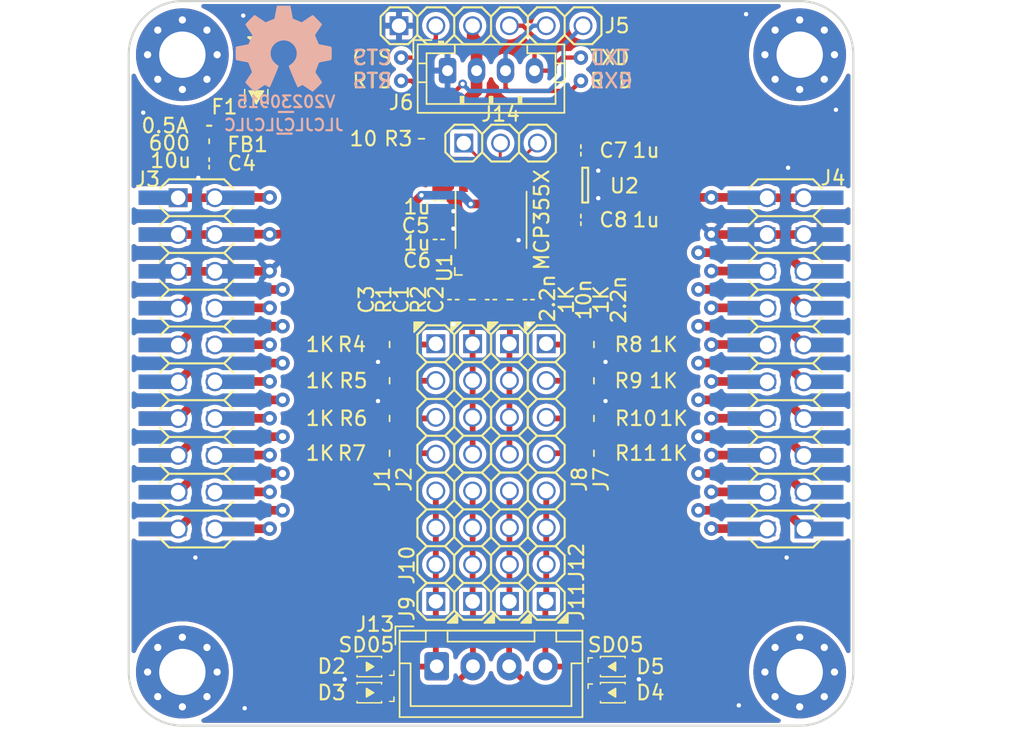
<source format=kicad_pcb>
(kicad_pcb (version 20221018) (generator pcbnew)
  (layers (0 "F.Cu" signal) (31 "B.Cu" signal) (34 "B.Paste" user) (35 "F.Paste" user) (36 "B.SilkS" user "B.Silkscreen") (37 "F.SilkS" user "F.Silkscreen") (38 "B.Mask" user) (39 "F.Mask" user) (44 "Edge.Cuts" user))
  (net 0 "")
  (net 1 "/VBUS")
  (net 2 "/VSS")
  (net 3 "/GPIO_28")
  (net 4 "/GPIO_29")
  (net 5 "/GPIO_20")
  (net 6 "/GPIO_23")
  (net 7 "/GPIO_27")
  (net 8 "/GPIO_16")
  (net 9 "/GPIO_21")
  (net 10 "/GPIO_19")
  (net 11 "/GPIO_17")
  (net 12 "/GPIO_18")
  (net 13 "/GPIO_15")
  (net 14 "/GPIO_14")
  (net 15 "/GPIO_22")
  (net 16 "/GPIO_24")
  (net 17 "/GPIO_25")
  (net 18 "/GPIO_26")
  (net 19 "/GPIO_13")
  (net 20 "/GPIO_12")
  (net 21 "/GPIO_11")
  (net 22 "/GPIO_10")
  (net 23 "/GPIO_09")
  (net 24 "/GPIO_08")
  (net 25 "/GPIO_07")
  (net 26 "/GPIO_06")
  (net 27 "/GPIO_05")
  (net 28 "/GPIO_04")
  (net 29 "/GPIO_03")
  (net 30 "/GPIO_02")
  (net 31 "/GPIO_01")
  (net 32 "/GPIO_00")
  (net 33 "/VDD1")
  (net 34 "/VDD2")
  (net 35 "Net-(F1-Pad1)")
  (net 36 "/TXD")
  (net 37 "/RXD")
  (net 38 "/RTS")
  (net 39 "/CTS")
  (net 40 "Net-(D1-K)")
  (net 41 "/VIN")
  (net 42 "/V_IN-")
  (net 43 "Net-(U1-Vin+)")
  (net 44 "Net-(U1-Vin-)")
  (net 45 "/VREF")
  (net 46 "/Input1")
  (net 47 "/Input2")
  (net 48 "/Input3")
  (net 49 "/Input4")
  (net 50 "/V_IN+")
  (net 51 "/SCK")
  (net 52 "/SDO")
  (net 53 "/CS")
  (net 54 "Net-(U1-Vdd)")
  (net 55 "/DIV1")
  (net 56 "/DIV2")
  (net 57 "/DIV3")
  (net 58 "/DIV4")
  (footprint "MountingHole:MountingHole_3.2mm_M3_Pad_Via" (layer "F.Cu") (at 63.7 64.7)
    (fp_text reference "H1" hide)
    (fp_text value "MountingHole" hide)
  )
  (footprint "MountingHole:MountingHole_3.2mm_M3_Pad_Via" (layer "F.Cu") (at 106.3 64.7)
    (fp_text reference "H2" hide)
    (fp_text value "MountingHole" hide)
  )
  (footprint "MountingHole:MountingHole_3.2mm_M3_Pad_Via" (layer "F.Cu") (at 63.7 107.3)
    (fp_text reference "H4" hide)
    (fp_text value "MountingHole" hide)
  )
  (footprint "MountingHole:MountingHole_3.2mm_M3_Pad_Via" (layer "F.Cu") (at 106.3 107.3)
    (fp_text reference "H3" hide)
    (fp_text value "MountingHole" hide)
  )
  (footprint "SquantorConnectorsNamed:nuclone_small_right_stacked" (layer "F.Cu") (at 105.32 86 90)
    (fp_text reference "J4")
    (fp_text value "nuclone_small_right")
  )
  (footprint "SquantorConnectorsNamed:nuclone_small_left_stacked" (layer "F.Cu") (at 64.68 86 -90)
    (fp_text reference "J3")
    (fp_text value "nuclone_small_left")
  )
  (footprint "SquantorTestPoints:TestPoint_hole_H05R10_2side" (layer "F.Cu") (at 69.723 74.549)
    (fp_text reference "TP1" hide)
    (fp_text value "VDD1" hide)
  )
  (footprint "SquantorTestPoints:TestPoint_hole_H05R10_2side" (layer "F.Cu") (at 69.723 77.089)
    (fp_text reference "TP2" hide)
    (fp_text value "VBUS" hide)
  )
  (footprint "SquantorTestPoints:TestPoint_hole_H05R10_2side" (layer "F.Cu") (at 69.723 79.629)
    (fp_text reference "TP3" hide)
    (fp_text value "VSS" hide)
  )
  (footprint "SquantorTestPoints:TestPoint_hole_H05R10_2side" (layer "F.Cu") (at 70.612 80.9)
    (fp_text reference "TP4" hide)
    (fp_text value "P00" hide)
  )
  (footprint "SquantorTestPoints:TestPoint_hole_H05R10_2side" (layer "F.Cu") (at 69.723 82.169)
    (fp_text reference "TP5" hide)
    (fp_text value "P01" hide)
  )
  (footprint "SquantorTestPoints:TestPoint_hole_H05R10_2side" (layer "F.Cu") (at 70.612 83.439)
    (fp_text reference "TP6" hide)
    (fp_text value "P02" hide)
  )
  (footprint "SquantorTestPoints:TestPoint_hole_H05R10_2side" (layer "F.Cu") (at 69.723 84.709)
    (fp_text reference "TP7" hide)
    (fp_text value "P03" hide)
  )
  (footprint "SquantorTestPoints:TestPoint_hole_H05R10_2side" (layer "F.Cu") (at 70.612 85.979)
    (fp_text reference "TP8" hide)
    (fp_text value "P04" hide)
  )
  (footprint "SquantorTestPoints:TestPoint_hole_H05R10_2side" (layer "F.Cu") (at 69.723 87.249)
    (fp_text reference "TP9" hide)
    (fp_text value "P05" hide)
  )
  (footprint "SquantorTestPoints:TestPoint_hole_H05R10_2side" (layer "F.Cu") (at 70.612 88.519)
    (fp_text reference "TP10" hide)
    (fp_text value "P06" hide)
  )
  (footprint "SquantorTestPoints:TestPoint_hole_H05R10_2side" (layer "F.Cu") (at 69.723 89.789)
    (fp_text reference "TP11" hide)
    (fp_text value "P07" hide)
  )
  (footprint "SquantorTestPoints:TestPoint_hole_H05R10_2side" (layer "F.Cu") (at 70.612 91.059)
    (fp_text reference "TP12" hide)
    (fp_text value "P08" hide)
  )
  (footprint "SquantorTestPoints:TestPoint_hole_H05R10_2side" (layer "F.Cu") (at 69.723 92.329)
    (fp_text reference "TP13" hide)
    (fp_text value "P09" hide)
  )
  (footprint "SquantorTestPoints:TestPoint_hole_H05R10_2side" (layer "F.Cu") (at 70.612 93.599)
    (fp_text reference "TP14" hide)
    (fp_text value "P10" hide)
  )
  (footprint "SquantorTestPoints:TestPoint_hole_H05R10_2side" (layer "F.Cu") (at 69.723 94.869)
    (fp_text reference "TP15" hide)
    (fp_text value "P11" hide)
  )
  (footprint "SquantorTestPoints:TestPoint_hole_H05R10_2side" (layer "F.Cu") (at 70.612 96.139)
    (fp_text reference "TP16" hide)
    (fp_text value "P12" hide)
  )
  (footprint "SquantorTestPoints:TestPoint_hole_H05R10_2side" (layer "F.Cu") (at 69.723 97.409)
    (fp_text reference "TP17" hide)
    (fp_text value "P13" hide)
  )
  (footprint "SquantorTestPoints:TestPoint_hole_H05R10_2side" (layer "F.Cu") (at 100.203 74.549)
    (fp_text reference "TP18" hide)
    (fp_text value "VDD2" hide)
  )
  (footprint "SquantorTestPoints:TestPoint_hole_H05R10_2side" (layer "F.Cu") (at 100.203 77.089)
    (fp_text reference "TP19" hide)
    (fp_text value "VSS" hide)
  )
  (footprint "SquantorTestPoints:TestPoint_hole_H05R10_2side" (layer "F.Cu") (at 99.314 78.359)
    (fp_text reference "TP20" hide)
    (fp_text value "P29" hide)
  )
  (footprint "SquantorTestPoints:TestPoint_hole_H05R10_2side" (layer "F.Cu") (at 100.203 79.629)
    (fp_text reference "TP21" hide)
    (fp_text value "P28" hide)
  )
  (footprint "SquantorTestPoints:TestPoint_hole_H05R10_2side" (layer "F.Cu") (at 99.314 80.899)
    (fp_text reference "TP22" hide)
    (fp_text value "P27" hide)
  )
  (footprint "SquantorTestPoints:TestPoint_hole_H05R10_2side" (layer "F.Cu") (at 100.203 82.169)
    (fp_text reference "TP23" hide)
    (fp_text value "P26" hide)
  )
  (footprint "SquantorTestPoints:TestPoint_hole_H05R10_2side" (layer "F.Cu") (at 99.314 83.439)
    (fp_text reference "TP24" hide)
    (fp_text value "P25" hide)
  )
  (footprint "SquantorTestPoints:TestPoint_hole_H05R10_2side" (layer "F.Cu") (at 100.203 84.7)
    (fp_text reference "TP25" hide)
    (fp_text value "P24" hide)
  )
  (footprint "SquantorTestPoints:TestPoint_hole_H05R10_2side" (layer "F.Cu") (at 99.314 85.979)
    (fp_text reference "TP26" hide)
    (fp_text value "P23" hide)
  )
  (footprint "SquantorTestPoints:TestPoint_hole_H05R10_2side" (layer "F.Cu") (at 100.203 87.249)
    (fp_text reference "TP27" hide)
    (fp_text value "P22" hide)
  )
  (footprint "SquantorTestPoints:TestPoint_hole_H05R10_2side" (layer "F.Cu") (at 99.314 88.519)
    (fp_text reference "TP28" hide)
    (fp_text value "P21" hide)
  )
  (footprint "SquantorTestPoints:TestPoint_hole_H05R10_2side" (layer "F.Cu") (at 100.203 89.789)
    (fp_text reference "TP29" hide)
    (fp_text value "P20" hide)
  )
  (footprint "SquantorTestPoints:TestPoint_hole_H05R10_2side" (layer "F.Cu") (at 99.314 91.059)
    (fp_text reference "TP30" hide)
    (fp_text value "P19" hide)
  )
  (footprint "SquantorTestPoints:TestPoint_hole_H05R10_2side" (layer "F.Cu") (at 99.314 93.599)
    (fp_text reference "TP32" hide)
    (fp_text value "P17" hide)
  )
  (footprint "SquantorTestPoints:TestPoint_hole_H05R10_2side" (layer "F.Cu") (at 100.2 94.869)
    (fp_text reference "TP33" hide)
    (fp_text value "P16" hide)
  )
  (footprint "SquantorTestPoints:TestPoint_hole_H05R10_2side" (layer "F.Cu") (at 99.314 96.139)
    (fp_text reference "TP34" hide)
    (fp_text value "P15" hide)
  )
  (footprint "SquantorTestPoints:TestPoint_hole_H05R10_2side" (layer "F.Cu") (at 100.2 97.4)
    (fp_text reference "TP35" hide)
    (fp_text value "P14" hide)
  )
  (footprint "SquantorRcl:C_0603" (layer "F.Cu") (at 65.55 72.2 180)
    (fp_text reference "C4")
    (fp_text value "10u")
  )
  (footprint "SquantorRcl:F_0603_hand" (layer "F.Cu") (at 65.55 69.6)
    (fp_text reference "F1")
    (fp_text value "0.5A")
  )
  (footprint "SquantorRcl:L_0603" (layer "F.Cu") (at 65.55 70.9 180)
    (fp_text reference "FB1")
    (fp_text value "600")
  )
  (footprint "SquantorTestPoints:TestPoint_hole_H05R10_2side" (layer "F.Cu") (at 100.203 92.329)
    (fp_text reference "TP31" hide)
    (fp_text value "P18" hide)
  )
  (footprint "SquantorRcl:C_0603" (layer "F.Cu") (at 81.4 74.75 90)
    (fp_text reference "C5")
    (fp_text value "1u")
  )
  (footprint "SquantorTestPoints:TestPoint_hole_H05R10_2side" (layer "F.Cu") (at 78.8 64.9)
    (fp_text reference "TP36" hide)
    (fp_text value "CTS")
  )
  (footprint "SquantorRcl:R_0805+0603" (layer "F.Cu") (at 78 89.8 180)
    (fp_text reference "R6")
    (fp_text value "1K")
  )
  (footprint "SquantorRcl:R_0603_hand" (layer "F.Cu") (at 86.3 81.6 90)
    (fp_text reference "R2")
    (fp_text value "1K")
  )
  (footprint "SquantorTestPoints:TestPoint_hole_H05R10_2side" (layer "F.Cu") (at 78.8 66.5)
    (fp_text reference "TP37" hide)
    (fp_text value "RTS")
  )
  (footprint "SquantorDiodes:SOD-123F-hand" (layer "F.Cu") (at 68.8 67.6 90)
    (fp_text reference "D1")
    (fp_text value "A7 LCSC")
  )
  (footprint "SquantorRcl:R_0805+0603" (layer "F.Cu") (at 92.1 89.8)
    (fp_text reference "R10")
    (fp_text value "1K")
  )
  (footprint "SquantorConnectors:Header-0254-1X04-H010" (layer "F.Cu") (at 83.73 98.615 90)
    (fp_text reference "J10")
    (fp_text value "Conn_01x04")
  )
  (footprint "SquantorRcl:C_0603" (layer "F.Cu") (at 82.4 81.6 90)
    (fp_text reference "C3")
    (fp_text value "2.2n")
  )
  (footprint "SquantorRcl:C_0603" (layer "F.Cu") (at 87.6 81.6 90)
    (fp_text reference "C2")
    (fp_text value "2.2n")
  )
  (footprint "SquantorRcl:R_0805+0603" (layer "F.Cu") (at 92.1 87.2)
    (fp_text reference "R9")
    (fp_text value "1K")
  )
  (footprint "SquantorRcl:R_0805+0603" (layer "F.Cu") (at 78 92.2 180)
    (fp_text reference "R7")
    (fp_text value "1K")
  )
  (footprint "SquantorRcl:C_0603" (layer "F.Cu") (at 85 81.6 90)
    (fp_text reference "C1")
    (fp_text value "10n")
  )
  (footprint "SquantorConnectors:Header-0254-1X04-H010" (layer "F.Cu") (at 81.19 98.615 90)
    (fp_text reference "J9")
    (fp_text value "Conn_01x04")
  )
  (footprint "SquantorRcl:R_0805+0603" (layer "F.Cu") (at 78 87.2 180)
    (fp_text reference "R5")
    (fp_text value "1K")
  )
  (footprint "Connector_JST:JST_PH_B4B-PH-K_1x04_P2.00mm_Vertical" (layer "F.Cu") (at 82 65.8)
    (fp_text reference "J6")
    (fp_text value "DevBoardUartInput")
  )
  (footprint "SquantorConnectors:Header-0254-1X04-H010" (layer "F.Cu") (at 86.27 88.455 -90)
    (fp_text reference "J7")
    (fp_text value "Conn_01x04")
  )
  (footprint "SquantorRcl:R_0805+0603" (layer "F.Cu") (at 78 84.7 180)
    (fp_text reference "R4")
    (fp_text value "1K")
  )
  (footprint "SquantorConnectors:Header-0254-1X04-H010" (layer "F.Cu") (at 88.81 88.455 -90)
    (fp_text reference "J8")
    (fp_text value "Conn_01x04")
  )
  (footprint "SquantorRcl:R_0603_hand" (layer "F.Cu") (at 80.2 70.5 90)
    (fp_text reference "R3")
    (fp_text value "10")
  )
  (footprint "SquantorRcl:R_0805+0603" (layer "F.Cu") (at 92.1 92.2)
    (fp_text reference "R11")
    (fp_text value "1K")
  )
  (footprint "SquantorDiodes:SOD-323-nexperia-hand" (layer "F.Cu") (at 76.6 106.925 180)
    (fp_text reference "D2")
    (fp_text value "SD05")
  )
  (footprint "SquantorTestPoints:TestPoint_hole_H05R10_2side" (layer "F.Cu") (at 91.2 66.5)
    (fp_text reference "TP39" hide)
    (fp_text value "RXD")
  )
  (footprint "SquantorRcl:R_0805+0603" (layer "F.Cu") (at 92.1 84.7)
    (fp_text reference "R8")
    (fp_text value "1K")
  )
  (footprint "SquantorRcl:R_0603_hand" (layer "F.Cu") (at 83.7 81.6 90)
    (fp_text reference "R1")
    (fp_text value "1K")
  )
  (footprint "SquantorConnectors:Header-0254-1X04-H010" (layer "F.Cu") (at 81.19 88.455 -90)
    (fp_text reference "J1")
    (fp_text value "Conn_01x04")
  )
  (footprint "Connector_JST:JST_XH_B4B-XH-A_1x04_P2.50mm_Vertical" (layer "F.Cu") (at 81.25 106.9)
    (fp_text reference "J13")
    (fp_text value "Conn_01x04")
  )
  (footprint "SquantorDiodes:SOD-323-nexperia-hand" (layer "F.Cu") (at 76.6 108.725 180)
    (fp_text reference "D3")
    (fp_text value "SD05")
  )
  (footprint "SquantorConnectors:Header-0254-1X03-H010" (layer "F.Cu") (at 85.66 70.8)
    (fp_text reference "J14")
    (fp_text value "Conn_01x03")
  )
  (footprint "SquantorConnectors:Header-0254-1X04-H010" (layer "F.Cu") (at 88.81 98.615 90)
    (fp_text reference "J12")
    (fp_text value "Conn_01x04")
  )
  (footprint "SquantorConnectors:Header-0254-1X04-H010" (layer "F.Cu") (at 83.73 88.455 -90)
    (fp_text reference "J2")
    (fp_text value "Conn_01x04")
  )
  (footprint "SquantorRcl:C_0603" (layer "F.Cu") (at 81.4 77.45 -90)
    (fp_text reference "C6")
    (fp_text value "1u")
  )
  (footprint "SquantorDiodes:SOD-323-nexperia-hand" (layer "F.Cu") (at 93.4 108.725)
    (fp_text reference "D4")
    (fp_text value "SD05")
  )
  (footprint "SquantorConnectors:Header-0254-1X04-H010" (layer "F.Cu") (at 86.27 98.615 90)
    (fp_text reference "J11")
    (fp_text value "Conn_01x04")
  )
  (footprint "SquantorIC:SOT23-3" (layer "F.Cu") (at 91.5 73.7)
    (fp_text reference "U2")
    (fp_text value "reference_sot23-3")
  )
  (footprint "SquantorDiodes:SOD-323-nexperia-hand" (layer "F.Cu") (at 93.4 106.925)
    (fp_text reference "D5")
    (fp_text value "SD05")
  )
  (footprint "SquantorRcl:C_0603" (layer "F.Cu") (at 91.2 76.1)
    (fp_text reference "C8")
    (fp_text value "1u")
  )
  (footprint "SquantorTestPoints:TestPoint_hole_H05R10_2side" (layer "F.Cu") (at 91.2 64.9)
    (fp_text reference "TP38" hide)
    (fp_text value "TXD")
  )
  (footprint "SquantorConnectors:Header-0254-1X06-H010" (layer "F.Cu") (at 85 62.7)
    (fp_text reference "J5")
    (fp_text value "FTDI_PINS_1X06")
  )
  (footprint "SquantorIC:SOIC-8" (layer "F.Cu") (at 85 76.1 90)
    (fp_text reference "U1")
    (fp_text value "MCP355X")
  )
  (footprint "SquantorRcl:C_0603" (layer "F.Cu") (at 91.2 71.3)
    (fp_text reference "C7")
    (fp_text value "1u")
  )
  (footprint "Symbol:OSHW-Symbol_6.7x6mm_SilkScreen" (layer "B.Cu") (at 70.7 64.3 180)
    (fp_text reference "N1" hide)
    (fp_text value "OHWLOGO" hide)
  )
  (footprint "SquantorLabels:Label_Generic" (layer "B.Cu") (at 70.75 69.55 180)
    (fp_text reference "N3" hide)
    (fp_text value "JLCJLCJLCJLC")
  )
  (footprint "SquantorLabels:Label_Generic" (layer "B.Cu") (at 70.85 68.05 180)
    (fp_text reference "N2" hide)
    (fp_text value "V20230915")
  )
  (gr_arc (start 110 107.3) (mid 108.916295 109.916295) (end 106.3 111) (stroke (width 0.15)) (layer "Edge.Cuts"))
  (gr_arc (start 63.7 111) (mid 61.083705 109.916295) (end 60 107.3) (stroke (width 0.15)) (layer "Edge.Cuts"))
  (gr_line (start 60 64.7) (end 60 107.3) (stroke (width 0.15)) (layer "Edge.Cuts"))
  (gr_line (start 106.3 61) (end 63.7 61) (stroke (width 0.15)) (layer "Edge.Cuts"))
  (gr_line (start 110 107.3) (end 110 64.7) (stroke (width 0.15)) (layer "Edge.Cuts"))
  (gr_arc (start 106.3 61) (mid 108.916295 62.083705) (end 110 64.7) (stroke (width 0.15)) (layer "Edge.Cuts"))
  (gr_arc (start 60 64.7) (mid 61.083705 62.083705) (end 63.7 61) (stroke (width 0.15)) (layer "Edge.Cuts"))
  (gr_line (start 63.7 111) (end 106.3 111) (stroke (width 0.15)) (layer "Edge.Cuts"))
  (segment (start 69.2 72.2) (end 66.3 72.2) (width 0.6) (layer "F.Cu") (net 1))
  (segment (start 66.3 70.9) (end 66.3 72.2) (width 0.8) (layer "F.Cu") (net 1))
  (segment (start 69.723 77.089) (end 70.511 77.089) (width 0.6) (layer "F.Cu") (net 1))
  (segment (start 62.33 77.11) (end 67.03 77.11) (width 0.6) (layer "F.Cu") (net 1))
  (segment (start 67.051 77.089) (end 67.03 77.11) (width 0.6) (layer "F.Cu") (net 1))
  (segment (start 69.723 77.089) (end 67.051 77.089) (width 0.6) (layer "F.Cu") (net 1))
  (segment (start 71 76.6) (end 71 74) (width 0.6) (layer "F.Cu") (net 1))
  (segment (start 71 74) (end 69.2 72.2) (width 0.6) (layer "F.Cu") (net 1))
  (segment (start 70.511 77.089) (end 71 76.6) (width 0.6) (layer "F.Cu") (net 1))
  (segment (start 106.59 77.11) (end 104.05 77.11) (width 0.6) (layer "F.Cu") (net 2))
  (segment (start 92.875 84.7) (end 92.875 85.875) (width 0.4) (layer "F.Cu") (net 2))
  (segment (start 67.03 79.65) (end 69.702 79.65) (width 0.6) (layer "F.Cu") (net 2))
  (segment (start 92.875 89.8) (end 92.875 88.625) (width 0.4) (layer "F.Cu") (net 2))
  (segment (start 77.225 85.875) (end 77.2 85.9) (width 0.4) (layer "F.Cu") (net 2))
  (segment (start 100.224 77.11) (end 100.203 77.089) (width 0.6) (layer "F.Cu") (net 2))
  (segment (start 77.225 89.8) (end 77.225 88.625) (width 0.4) (layer "F.Cu") (net 2))
  (segment (start 92.875 85.875) (end 92.9 85.9) (width 0.4) (layer "F.Cu") (net 2))
  (segment (start 77.225 84.7) (end 77.225 85.875) (width 0.4) (layer "F.Cu") (net 2))
  (segment (start 69.702 79.65) (end 69.723 79.629) (width 0.6) (layer "F.Cu") (net 2))
  (segment (start 92.875 88.625) (end 92.9 88.6) (width 0.4) (layer "F.Cu") (net 2))
  (segment (start 62.33 79.65) (end 67.03 79.65) (width 0.6) (layer "F.Cu") (net 2))
  (segment (start 77.225 88.625) (end 77.2 88.6) (width 0.4) (layer "F.Cu") (net 2))
  (segment (start 104.05 77.11) (end 100.224 77.11) (width 0.6) (layer "F.Cu") (net 2))
  (via (at 64.6 99.4) (size 0.6) (drill 0.3) (layers "F.Cu" "B.Cu") (net 2))
  (via (at 105.4 99.4) (size 0.6) (drill 0.3) (layers "F.Cu" "B.Cu") (net 2))
  (via (at 102.1 109.6) (size 0.6) (drill 0.3) (layers "F.Cu" "B.Cu") (net 2))
  (via (at 68 109.8) (size 0.6) (drill 0.3) (layers "F.Cu" "B.Cu") (net 2))
  (via (at 67.9 62) (size 0.6) (drill 0.3) (layers "F.Cu" "B.Cu") (net 2))
  (via (at 61 68.7) (size 0.6) (drill 0.3) (layers "F.Cu" "B.Cu") (net 2))
  (via (at 102.6 61.9) (size 0.6) (drill 0.3) (layers "F.Cu" "B.Cu") (net 2))
  (via (at 108.8 68.5) (size 0.6) (drill 0.3) (layers "F.Cu" "B.Cu") (net 2))
  (via (at 86.9 77.5) (size 0.6) (drill 0.3) (layers "F.Cu" "B.Cu") (net 2))
  (via (at 77.2 88.6) (size 0.6) (drill 0.3) (layers "F.Cu" "B.Cu") (net 2))
  (via (at 92.9 88.6) (size 0.6) (drill 0.3) (layers "F.Cu" "B.Cu") (net 2))
  (via (at 92.9 85.9) (size 0.6) (drill 0.3) (layers "F.Cu" "B.Cu") (net 2))
  (via (at 92.4 74.6) (size 0.6) (drill 0.3) (layers "F.Cu" "B.Cu") (net 2))
  (via (at 82.4 76.7) (size 0.6) (drill 0.3) (layers "F.Cu" "B.Cu") (net 2))
  (via (at 105.5 72.5) (size 0.6) (drill 0.3) (layers "F.Cu" "B.Cu") (net 2))
  (via (at 82.4 83.3) (size 0.6) (drill 0.3) (layers "F.Cu" "B.Cu") (net 2))
  (via (at 77.2 85.9) (size 0.6) (drill 0.3) (layers "F.Cu" "B.Cu") (net 2))
  (via (at 87.6 83.3) (size 0.6) (drill 0.3) (layers "F.Cu" "B.Cu") (net 2))
  (via (at 95.2 107.8) (size 0.6) (drill 0.3) (layers "F.Cu" "B.Cu") (net 2))
  (via (at 64.8 73.2) (size 0.6) (drill 0.3) (layers "F.Cu" "B.Cu") (net 2))
  (via (at 82.4 75.5) (size 0.6) (drill 0.3) (layers "F.Cu" "B.Cu") (net 2))
  (via (at 74.9 107.8) (size 0.6) (drill 0.3) (layers "F.Cu" "B.Cu") (net 2))
  (via (at 92.4 72.7) (size 0.6) (drill 0.3) (layers "F.Cu" "B.Cu") (net 2))
  (segment (start 100.203 79.629) (end 102.949 79.629) (width 0.6) (layer "F.Cu") (net 3))
  (segment (start 102.949 79.629) (end 102.97 79.65) (width 0.6) (layer "F.Cu") (net 3))
  (segment (start 105.299 78.359) (end 106.59 79.65) (width 0.6) (layer "F.Cu") (net 4))
  (segment (start 99.314 78.359) (end 105.299 78.359) (width 0.6) (layer "F.Cu") (net 4))
  (segment (start 100.203 89.789) (end 102.949 89.789) (width 0.6) (layer "F.Cu") (net 5))
  (segment (start 102.949 89.789) (end 102.97 89.81) (width 0.6) (layer "F.Cu") (net 5))
  (segment (start 99.314 85.979) (end 105.299 85.979) (width 0.6) (layer "F.Cu") (net 6))
  (segment (start 105.299 85.979) (end 106.59 87.27) (width 0.6) (layer "F.Cu") (net 6))
  (segment (start 105.299 80.899) (end 106.59 82.19) (width 0.6) (layer "F.Cu") (net 7))
  (segment (start 99.314 80.899) (end 105.299 80.899) (width 0.6) (layer "F.Cu") (net 7))
  (segment (start 100.2 94.869) (end 102.949 94.869) (width 0.6) (layer "F.Cu") (net 8))
  (segment (start 102.949 94.869) (end 102.97 94.89) (width 0.6) (layer "F.Cu") (net 8))
  (segment (start 105.299 88.519) (end 106.59 89.81) (width 0.6) (layer "F.Cu") (net 9))
  (segment (start 99.314 88.519) (end 105.299 88.519) (width 0.6) (layer "F.Cu") (net 9))
  (segment (start 105.299 91.059) (end 106.59 92.35) (width 0.6) (layer "F.Cu") (net 10))
  (segment (start 99.314 91.059) (end 105.299 91.059) (width 0.6) (layer "F.Cu") (net 10))
  (segment (start 99.314 93.599) (end 105.299 93.599) (width 0.6) (layer "F.Cu") (net 11))
  (segment (start 105.299 93.599) (end 106.59 94.89) (width 0.6) (layer "F.Cu") (net 11))
  (segment (start 102.949 92.329) (end 102.97 92.35) (width 0.6) (layer "F.Cu") (net 12))
  (segment (start 100.203 92.329) (end 102.949 92.329) (width 0.6) (layer "F.Cu") (net 12))
  (segment (start 105.299 96.139) (end 106.59 97.43) (width 0.6) (layer "F.Cu") (net 13))
  (segment (start 99.314 96.139) (end 105.299 96.139) (width 0.6) (layer "F.Cu") (net 13))
  (segment (start 102.94 97.4) (end 102.97 97.43) (width 0.6) (layer "F.Cu") (net 14))
  (segment (start 100.2 97.4) (end 102.94 97.4) (width 0.6) (layer "F.Cu") (net 14))
  (segment (start 102.949 87.249) (end 102.97 87.27) (width 0.6) (layer "F.Cu") (net 15))
  (segment (start 100.203 87.249) (end 102.949 87.249) (width 0.6) (layer "F.Cu") (net 15))
  (segment (start 100.203 84.7) (end 102.94 84.7) (width 0.6) (layer "F.Cu") (net 16))
  (segment (start 102.94 84.7) (end 102.97 84.73) (width 0.6) (layer "F.Cu") (net 16))
  (segment (start 99.314 83.439) (end 105.299 83.439) (width 0.6) (layer "F.Cu") (net 17))
  (segment (start 105.299 83.439) (end 106.59 84.73) (width 0.6) (layer "F.Cu") (net 17))
  (segment (start 100.203 82.169) (end 102.949 82.169) (width 0.6) (layer "F.Cu") (net 18))
  (segment (start 102.949 82.169) (end 102.97 82.19) (width 0.6) (layer "F.Cu") (net 18))
  (segment (start 67.051 97.409) (end 67.03 97.43) (width 0.6) (layer "F.Cu") (net 19))
  (segment (start 69.723 97.409) (end 67.051 97.409) (width 0.6) (layer "F.Cu") (net 19))
  (segment (start 64.701 96.139) (end 63.41 97.43) (width 0.6) (layer "F.Cu") (net 20))
  (segment (start 70.612 96.139) (end 64.701 96.139) (width 0.6) (layer "F.Cu") (net 20))
  (segment (start 69.723 94.869) (end 67.051 94.869) (width 0.6) (layer "F.Cu") (net 21))
  (segment (start 67.051 94.869) (end 67.03 94.89) (width 0.6) (layer "F.Cu") (net 21))
  (segment (start 64.701 93.599) (end 63.41 94.89) (width 0.6) (layer "F.Cu") (net 22))
  (segment (start 70.612 93.599) (end 64.701 93.599) (width 0.6) (layer "F.Cu") (net 22))
  (segment (start 69.723 92.329) (end 67.051 92.329) (width 0.6) (layer "F.Cu") (net 23))
  (segment (start 67.051 92.329) (end 67.03 92.35) (width 0.6) (layer "F.Cu") (net 23))
  (segment (start 70.612 91.059) (end 64.701 91.059) (width 0.6) (layer "F.Cu") (net 24))
  (segment (start 64.701 91.059) (end 63.41 92.35) (width 0.6) (layer "F.Cu") (net 24))
  (segment (start 67.051 89.789) (end 67.03 89.81) (width 0.6) (layer "F.Cu") (net 25))
  (segment (start 69.723 89.789) (end 67.051 89.789) (width 0.6) (layer "F.Cu") (net 25))
  (segment (start 70.612 88.519) (end 64.701 88.519) (width 0.6) (layer "F.Cu") (net 26))
  (segment (start 64.701 88.519) (end 63.41 89.81) (width 0.6) (layer "F.Cu") (net 26))
  (segment (start 67.051 87.249) (end 67.03 87.27) (width 0.6) (layer "F.Cu") (net 27))
  (segment (start 69.723 87.249) (end 67.051 87.249) (width 0.6) (layer "F.Cu") (net 27))
  (segment (start 64.701 85.979) (end 63.41 87.27) (width 0.6) (layer "F.Cu") (net 28))
  (segment (start 70.612 85.979) (end 64.701 85.979) (width 0.6) (layer "F.Cu") (net 28))
  (segment (start 67.051 84.709) (end 67.03 84.73) (width 0.6) (layer "F.Cu") (net 29))
  (segment (start 69.723 84.709) (end 67.051 84.709) (width 0.6) (layer "F.Cu") (net 29))
  (segment (start 64.701 83.439) (end 63.41 84.73) (width 0.6) (layer "F.Cu") (net 30))
  (segment (start 70.612 83.439) (end 64.701 83.439) (width 0.6) (layer "F.Cu") (net 30))
  (segment (start 67.051 82.169) (end 67.03 82.19) (width 0.6) (layer "F.Cu") (net 31))
  (segment (start 69.723 82.169) (end 67.051 82.169) (width 0.6) (layer "F.Cu") (net 31))
  (segment (start 64.7 80.9) (end 63.41 82.19) (width 0.6) (layer "F.Cu") (net 32))
  (segment (start 70.612 80.9) (end 64.7 80.9) (width 0.6) (layer "F.Cu") (net 32))
  (segment (start 69.723 74.549) (end 67.051 74.549) (width 0.6) (layer "F.Cu") (net 33))
  (segment (start 67.051 74.549) (end 67.03 74.57) (width 0.4) (layer "F.Cu") (net 33))
  (segment (start 62.33 74.57) (end 67.03 74.57) (width 0.6) (layer "F.Cu") (net 33))
  (segment (start 98.299 74.549) (end 100.203 74.549) (width 0.6) (layer "F.Cu") (net 34))
  (segment (start 81.15 69.65) (end 81.6 69.2) (width 0.6) (layer "F.Cu") (net 34))
  (segment (start 90.5 72.75) (end 90.45 72.7) (width 0.6) (layer "F.Cu") (net 34))
  (segment (start 107.67 74.57) (end 102.97 74.57) (width 0.6) (layer "F.Cu") (net 34))
  (segment (start 80.2 69.65) (end 81.15 69.65) (width 0.6) (layer "F.Cu") (net 34))
  (segment (start 100.203 74.549) (end 102.949 74.549) (width 0.6) (layer "F.Cu") (net 34))
  (segment (start 90.45 72.7) (end 90.45 71.3) (width 0.6) (layer "F.Cu") (net 34))
  (segment (start 89.8 69.2) (end 90.6 70) (width 0.6) (layer "F.Cu") (net 34))
  (segment (start 90.45 70.15) (end 90.6 70) (width 0.6) (layer "F.Cu") (net 34))
  (segment (start 90.45 71.3) (end 90.45 70.15) (width 0.6) (layer "F.Cu") (net 34))
  (segment (start 93.75 70) (end 98.299 74.549) (width 0.6) (layer "F.Cu") (net 34))
  (segment (start 102.949 74.549) (end 102.97 74.57) (width 0.6) (layer "F.Cu") (net 34))
  (segment (start 81.6 69.2) (end 89.8 69.2) (width 0.6) (layer "F.Cu") (net 34))
  (segment (start 90.6 70) (end 93.75 70) (width 0.6) (layer "F.Cu") (net 34))
  (segment (start 64.8 70.9) (end 64.8 69.6) (width 0.8) (layer "F.Cu") (net 35))
  (segment (start 89.9 64.9) (end 91.2 64.9) (width 0.3) (layer "F.Cu") (net 36))
  (segment (start 89 65.8) (end 89.9 64.9) (width 0.3) (layer "F.Cu") (net 36))
  (segment (start 88 63.5) (end 88 65.8) (width 0.3) (layer "F.Cu") (net 36))
  (segment (start 88 65.8) (end 89 65.8) (width 0.3) (layer "F.Cu") (net 36))
  (segment (start 86.27 62.7) (end 87.2 62.7) (width 0.3) (layer "F.Cu") (net 36))
  (segment (start 87.2 62.7) (end 88 63.5) (width 0.3) (layer "F.Cu") (net 36))
  (segment (start 86.2 67.2) (end 86 67) (width 0.3) (layer "F.Cu") (net 37))
  (segment (start 91.2 66.5) (end 90.5 67.2) (width 0.3) (layer "F.Cu") (net 37))
  (segment (start 90.5 67.2) (end 86.2 67.2) (width 0.3) (layer "F.Cu") (net 37))
  (segment (start 86 67) (end 86 65.8) (width 0.3) (layer "F.Cu") (net 37))
  (segment (start 86 64.6) (end 86 65.8) (width 0.3) (layer "B.Cu") (net 37))
  (segment (start 88.81 62.7) (end 87.9 62.7) (width 0.3) (layer "B.Cu") (net 37))
  (segment (start 87.9 62.7) (end 86 64.6) (width 0.3) (layer "B.Cu") (net 37))
  (segment (start 82.557301 67.2) (end 80.2 67.2) (width 0.3) (layer "F.Cu") (net 38))
  (segment (start 80.2 67.2) (end 79.5 66.5) (width 0.3) (layer "F.Cu") (net 38))
  (segment (start 83.040266 66.717035) (end 82.557301 67.2) (width 0.3) (layer "F.Cu") (net 38))
  (segment (start 79.5 66.5) (end 78.8 66.5) (width 0.3) (layer "F.Cu") (net 38))
  (via (at 83.040266 66.717035) (size 0.6) (drill 0.3) (layers "F.Cu" "B.Cu") (net 38))
  (segment (start 83.523231 67.2) (end 89 67.2) (width 0.3) (layer "B.Cu") (net 38))
  (segment (start 90 66.2) (end 90 64.05) (width 0.3) (layer "B.Cu") (net 38))
  (segment (start 89 67.2) (end 90 66.2) (width 0.3) (layer "B.Cu") (net 38))
  (segment (start 83.040266 66.717035) (end 83.523231 67.2) (width 0.3) (layer "B.Cu") (net 38))
  (segment (start 90 64.05) (end 91.35 62.7) (width 0.3) (layer "B.Cu") (net 38))
  (segment (start 81.19 62.7) (end 81.19 63.61) (width 0.3) (layer "F.Cu") (net 39))
  (segment (start 81.19 63.61) (end 79.9 64.9) (width 0.3) (layer "F.Cu") (net 39))
  (segment (start 79.9 64.9) (end 78.8 64.9) (width 0.3) (layer "F.Cu") (net 39))
  (segment (start 68.38 69.6) (end 68.8 69.18) (width 0.8) (layer "F.Cu") (net 40))
  (segment (start 66.3 69.6) (end 68.38 69.6) (width 0.8) (layer "F.Cu") (net 40))
  (segment (start 83.73 63.5) (end 83.73 62.7) (width 0.8) (layer "F.Cu") (net 41))
  (segment (start 84 65.8) (end 84 67.2) (width 0.8) (layer "F.Cu") (net 41))
  (segment (start 76.2 65.8) (end 76.2 62.8) (width 0.8) (layer "F.Cu") (net 41))
  (segment (start 75.7 62.3) (end 69.4 62.3) (width 0.8) (layer "F.Cu") (net 41))
  (segment (start 76.2 62.8) (end 75.7 62.3) (width 0.8) (layer "F.Cu") (net 41))
  (segment (start 84 63.77) (end 83.73 63.5) (width 0.8) (layer "F.Cu") (net 41))
  (segment (start 68.8 62.9) (end 68.8 66.02) (width 0.8) (layer "F.Cu") (net 41))
  (segment (start 83.1 68.1) (end 78.5 68.1) (width 0.8) (layer "F.Cu") (net 41))
  (segment (start 69.4 62.3) (end 68.8 62.9) (width 0.8) (layer "F.Cu") (net 41))
  (segment (start 78.5 68.1) (end 76.2 65.8) (width 0.8) (layer "F.Cu") (net 41))
  (segment (start 84 67.2) (end 83.1 68.1) (width 0.8) (layer "F.Cu") (net 41))
  (segment (start 84 65.8) (end 84 63.77) (width 0.8) (layer "F.Cu") (net 41))
  (segment (start 86.3 82.45) (end 86.3 84.615) (width 0.4) (layer "F.Cu") (net 42))
  (segment (start 85.1 82.45) (end 85 82.35) (width 0.4) (layer "F.Cu") (net 42))
  (segment (start 86.27 84.645) (end 86.27 92.265) (width 0.4) (layer "F.Cu") (net 42))
  (segment (start 86.3 82.45) (end 85.1 82.45) (width 0.4) (layer "F.Cu") (net 42))
  (segment (start 86.3 84.615) (end 86.27 84.645) (width 0.4) (layer "F.Cu") (net 42))
  (segment (start 84.365 79.835) (end 84.365 78.8) (width 0.4) (layer "F.Cu") (net 43))
  (segment (start 83.7 80.75) (end 82.5 80.75) (width 0.4) (layer "F.Cu") (net 43))
  (segment (start 83.7 80.75) (end 83.7 80.2) (width 0.4) (layer "F.Cu") (net 43))
  (segment (start 83.7 80.2) (end 83.9 80) (width 0.4) (layer "F.Cu") (net 43))
  (segment (start 83.7 80.75) (end 84.9 80.75) (width 0.4) (layer "F.Cu") (net 43))
  (segment (start 84.9 80.75) (end 85 80.85) (width 0.4) (layer "F.Cu") (net 43))
  (segment (start 83.9 80) (end 84.2 80) (width 0.4) (layer "F.Cu") (net 43))
  (segment (start 82.5 80.75) (end 82.4 80.85) (width 0.4) (layer "F.Cu") (net 43))
  (segment (start 84.2 80) (end 84.365 79.835) (width 0.4) (layer "F.Cu") (net 43))
  (segment (start 87.5 80.75) (end 87.6 80.85) (width 0.4) (layer "F.Cu") (net 44))
  (segment (start 85.635 79.835) (end 85.635 78.8) (width 0.4) (layer "F.Cu") (net 44))
  (segment (start 86.3 80.75) (end 86.3 80.2) (width 0.4) (layer "F.Cu") (net 44))
  (segment (start 86.1 80) (end 85.8 80) (width 0.4) (layer "F.Cu") (net 44))
  (segment (start 86.3 80.75) (end 87.5 80.75) (width 0.4) (layer "F.Cu") (net 44))
  (segment (start 86.3 80.2) (end 86.1 80) (width 0.4) (layer "F.Cu") (net 44))
  (segment (start 85.8 80) (end 85.635 79.835) (width 0.4) (layer "F.Cu") (net 44))
  (segment (start 90.45 76.1) (end 87.8 76.1) (width 0.6) (layer "F.Cu") (net 45))
  (segment (start 94 83.6) (end 94 87.2) (width 0.6) (layer "F.Cu") (net 45))
  (segment (start 81.4 79) (end 81.4 78.2) (width 0.4) (layer "F.Cu") (net 45))
  (segment (start 76.4 92.2) (end 76.1 91.9) (width 0.4) (layer "F.Cu") (net 45))
  (segment (start 83.095 79.205) (end 83 79.3) (width 0.4) (layer "F.Cu") (net 45))
  (segment (start 83.095 78.8) (end 83.095 79.205) (width 0.4) (layer "F.Cu") (net 45))
  (segment (start 87.8 76.1) (end 86.7 75) (width 0.6) (layer "F.Cu") (net 45))
  (segment (start 90.45 76.1) (end 90.45 80.05) (width 0.6) (layer "F.Cu") (net 45))
  (segment (start 80.2 74.4) (end 79.4 75.2) (width 0.6) (layer "F.Cu") (net 45))
  (segment (start 77.225 87.2) (end 76.1 87.2) (width 0.4) (layer "F.Cu") (net 45))
  (segment (start 90.45 76.1) (end 90.45 74.7) (width 0.6) (layer "F.Cu") (net 45))
  (segment (start 81.7 79.3) (end 81.4 79) (width 0.4) (layer "F.Cu") (net 45))
  (segment (start 94 87.2) (end 94 87.3) (width 0.4) (layer "F.Cu") (net 45))
  (segment (start 90.45 74.7) (end 90.5 74.65) (width 0.6) (layer "F.Cu") (net 45))
  (segment (start 90.45 80.05) (end 94 83.6) (width 0.6) (layer "F.Cu") (net 45))
  (segment (start 86.7 75) (end 83.6 75) (width 0.6) (layer "F.Cu") (net 45))
  (segment (start 79.4 78.2) (end 79.4 80.3) (width 0.6) (layer "F.Cu") (net 45))
  (segment (start 79.4 80.3) (end 76.1 83.6) (width 0.6) (layer "F.Cu") (net 45))
  (segment (start 79.4 78.2) (end 81.4 78.2) (width 0.6) (layer "F.Cu") (net 45))
  (segment (start 76.1 83.6) (end 76.1 87.2) (width 0.6) (layer "F.Cu") (net 45))
  (segment (start 94 92) (end 93.8 92.2) (width 0.4) (layer "F.Cu") (net 45))
  (segment (start 76.1 91.9) (end 76.1 87.2) (width 0.4) (layer "F.Cu") (net 45))
  (segment (start 92.875 87.2) (end 94 87.2) (width 0.4) (layer "F.Cu") (net 45))
  (segment (start 93.8 92.2) (end 92.875 92.2) (width 0.4) (layer "F.Cu") (net 45))
  (segment (start 83 79.3) (end 81.7 79.3) (width 0.4) (layer "F.Cu") (net 45))
  (segment (start 77.225 92.2) (end 76.4 92.2) (width 0.4) (layer "F.Cu") (net 45))
  (segment (start 79.4 75.2) (end 79.4 78.2) (width 0.6) (layer "F.Cu") (net 45))
  (segment (start 94 87.3) (end 94 92) (width 0.4) (layer "F.Cu") (net 45))
  (via (at 83.6 75) (size 0.6) (drill 0.3) (layers "F.Cu" "B.Cu") (net 45))
  (via (at 80.2 74.4) (size 0.6) (drill 0.3) (layers "F.Cu" "B.Cu") (net 45))
  (segment (start 83 74.4) (end 80.2 74.4) (width 0.6) (layer "B.Cu") (net 45))
  (segment (start 83.6 75) (end 83 74.4) (width 0.6) (layer "B.Cu") (net 45))
  (segment (start 77.65 106.925) (end 81.225 106.925) (width 0.4) (layer "F.Cu") (net 46))
  (segment (start 81.19 102.425) (end 81.19 94.805) (width 0.4) (layer "F.Cu") (net 46))
  (segment (start 81.19 106.84) (end 81.19 102.425) (width 0.4) (layer "F.Cu") (net 46))
  (segment (start 81.25 106.9) (end 81.19 106.84) (width 0.4) (layer "F.Cu") (net 46))
  (segment (start 81.225 106.925) (end 81.25 106.9) (width 0.4) (layer "F.Cu") (net 46))
  (segment (start 83.75 102.445) (end 83.73 102.425) (width 0.4) (layer "F.Cu") (net 47))
  (segment (start 77.65 108.725) (end 81.925 108.725) (width 0.4) (layer "F.Cu") (net 47))
  (segment (start 83.73 102.425) (end 83.73 94.805) (width 0.4) (layer "F.Cu") (net 47))
  (segment (start 81.925 108.725) (end 83.75 106.9) (width 0.4) (layer "F.Cu") (net 47))
  (segment (start 83.75 106.9) (end 83.75 102.445) (width 0.4) (layer "F.Cu") (net 47))
  (segment (start 88.075 108.725) (end 86.25 106.9) (width 0.4) (layer "F.Cu") (net 48))
  (segment (start 86.25 106.9) (end 86.25 102.445) (width 0.4) (layer "F.Cu") (net 48))
  (segment (start 92.35 108.725) (end 88.075 108.725) (width 0.4) (layer "F.Cu") (net 48))
  (segment (start 86.25 102.445) (end 86.27 102.425) (width 0.4) (layer "F.Cu") (net 48))
  (segment (start 86.27 102.425) (end 86.27 94.805) (width 0.4) (layer "F.Cu") (net 48))
  (segment (start 88.75 106.9) (end 88.75 102.485) (width 0.4) (layer "F.Cu") (net 49))
  (segment (start 88.775 106.925) (end 88.75 106.9) (width 0.4) (layer "F.Cu") (net 49))
  (segment (start 88.81 102.425) (end 88.81 94.805) (width 0.4) (layer "F.Cu") (net 49))
  (segment (start 92.35 106.925) (end 88.775 106.925) (width 0.4) (layer "F.Cu") (net 49))
  (segment (start 88.75 102.485) (end 88.81 102.425) (width 0.4) (layer "F.Cu") (net 49))
  (segment (start 83.7 82.45) (end 83.7 84.615) (width 0.4) (layer "F.Cu") (net 50))
  (segment (start 83.73 84.645) (end 83.73 92.265) (width 0.4) (layer "F.Cu") (net 50))
  (segment (start 83.7 84.615) (end 83.73 84.645) (width 0.4) (layer "F.Cu") (net 50))
  (segment (start 86.905 72.095) (end 88.2 70.8) (width 0.2) (layer "F.Cu") (net 51))
  (segment (start 86.905 73.4) (end 86.905 72.095) (width 0.2) (layer "F.Cu") (net 51))
  (segment (start 85.635 70.825) (end 85.66 70.8) (width 0.2) (layer "F.Cu") (net 52))
  (segment (start 85.635 73.4) (end 85.635 70.825) (width 0.2) (layer "F.Cu") (net 52))
  (segment (start 84.365 73.4) (end 84.365 72.045) (width 0.2) (layer "F.Cu") (net 53))
  (segment (start 84.365 72.045) (end 83.12 70.8) (width 0.2) (layer "F.Cu") (net 53))
  (segment (start 82.1 74) (end 81.4 74) (width 0.4) (layer "F.Cu") (net 54))
  (segment (start 80.2 71.35) (end 80.2 72.1) (width 0.4) (layer "F.Cu") (net 54))
  (segment (start 81.4 73.3) (end 81.4 74) (width 0.4) (layer "F.Cu") (net 54))
  (segment (start 80.2 72.1) (end 81.4 73.3) (width 0.4) (layer "F.Cu") (net 54))
  (segment (start 83.095 73.4) (end 82.4 73.4) (width 0.4) (layer "F.Cu") (net 54))
  (segment (start 82.4 73.4) (end 82.25 73.55) (width 0.4) (layer "F.Cu") (net 54))
  (segment (start 82.25 73.55) (end 82.25 73.85) (width 0.4) (layer "F.Cu") (net 54))
  (segment (start 82.25 73.85) (end 82.1 74) (width 0.4) (layer "F.Cu") (net 54))
  (segment (start 81.135 84.7) (end 81.19 84.645) (width 0.4) (layer "F.Cu") (net 55))
  (segment (start 78.775 87.2) (end 81.175 87.2) (width 0.4) (layer "F.Cu") (net 55))
  (segment (start 78.775 84.7) (end 81.135 84.7) (width 0.4) (layer "F.Cu") (net 55))
  (segment (start 78.775 84.7) (end 78.775 87.2) (width 0.4) (layer "F.Cu") (net 55))
  (segment (start 81.175 87.2) (end 81.19 87.185) (width 0.4) (layer "F.Cu") (net 55))
  (segment (start 78.775 89.8) (end 78.775 92.2) (width 0.4) (layer "F.Cu") (net 56))
  (segment (start 81.125 92.2) (end 81.19 92.265) (width 0.4) (layer "F.Cu") (net 56))
  (segment (start 78.775 89.8) (end 81.115 89.8) (width 0.4) (layer "F.Cu") (net 56))
  (segment (start 78.775 92.2) (end 81.125 92.2) (width 0.4) (layer "F.Cu") (net 56))
  (segment (start 81.115 89.8) (end 81.19 89.725) (width 0.4) (layer "F.Cu") (net 56))
  (segment (start 91.325 87.2) (end 88.825 87.2) (width 0.4) (layer "F.Cu") (net 57))
  (segment (start 88.865 84.7) (end 88.81 84.645) (width 0.4) (layer "F.Cu") (net 57))
  (segment (start 91.325 84.7) (end 88.865 84.7) (width 0.4) (layer "F.Cu") (net 57))
  (segment (start 91.325 87.2) (end 91.325 84.7) (width 0.4) (layer "F.Cu") (net 57))
  (segment (start 88.825 87.2) (end 88.81 87.185) (width 0.4) (layer "F.Cu") (net 57))
  (segment (start 88.885 89.8) (end 88.81 89.725) (width 0.4) (layer "F.Cu") (net 58))
  (segment (start 88.875 92.2) (end 88.81 92.265) (width 0.4) (layer "F.Cu") (net 58))
  (segment (start 91.325 92.2) (end 88.875 92.2) (width 0.4) (layer "F.Cu") (net 58))
  (segment (start 91.325 89.8) (end 88.885 89.8) (width 0.4) (layer "F.Cu") (net 58))
  (segment (start 91.325 89.8) (end 91.325 92.2) (width 0.4) (layer "F.Cu") (net 58))
  (zone (net 2) (net_name "/VSS") (layer "F.Cu") (connect_pads (clearance 0.3)) (min_thickness 0.3) (fill yes (thermal_gap 0.3) (thermal_bridge_width 0.4))
    (polygon (pts (xy 110 111) (xy 60 111) (xy 60 61) (xy 110 61)))
  )
  (zone (net 2) (net_name "/VSS") (layer "B.Cu") (connect_pads (clearance 0.3)) (min_thickness 0.3) (fill yes (thermal_gap 0.3) (thermal_bridge_width 0.4))
    (polygon (pts (xy 60 61) (xy 110 61) (xy 110 111) (xy 60 111)))
  )
)
</source>
